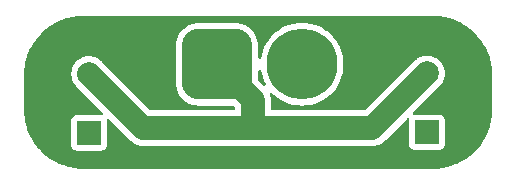
<source format=gbr>
%TF.GenerationSoftware,KiCad,Pcbnew,7.0.1*%
%TF.CreationDate,2024-05-21T14:39:34-07:00*%
%TF.ProjectId,Power_Filter_Board_V1,506f7765-725f-4466-996c-7465725f426f,rev?*%
%TF.SameCoordinates,Original*%
%TF.FileFunction,Copper,L1,Top*%
%TF.FilePolarity,Positive*%
%FSLAX46Y46*%
G04 Gerber Fmt 4.6, Leading zero omitted, Abs format (unit mm)*
G04 Created by KiCad (PCBNEW 7.0.1) date 2024-05-21 14:39:34*
%MOMM*%
%LPD*%
G01*
G04 APERTURE LIST*
G04 Aperture macros list*
%AMRoundRect*
0 Rectangle with rounded corners*
0 $1 Rounding radius*
0 $2 $3 $4 $5 $6 $7 $8 $9 X,Y pos of 4 corners*
0 Add a 4 corners polygon primitive as box body*
4,1,4,$2,$3,$4,$5,$6,$7,$8,$9,$2,$3,0*
0 Add four circle primitives for the rounded corners*
1,1,$1+$1,$2,$3*
1,1,$1+$1,$4,$5*
1,1,$1+$1,$6,$7*
1,1,$1+$1,$8,$9*
0 Add four rect primitives between the rounded corners*
20,1,$1+$1,$2,$3,$4,$5,0*
20,1,$1+$1,$4,$5,$6,$7,0*
20,1,$1+$1,$6,$7,$8,$9,0*
20,1,$1+$1,$8,$9,$2,$3,0*%
G04 Aperture macros list end*
%TA.AperFunction,ComponentPad*%
%ADD10C,6.000000*%
%TD*%
%TA.AperFunction,ComponentPad*%
%ADD11RoundRect,1.500000X-1.500000X-1.500000X1.500000X-1.500000X1.500000X1.500000X-1.500000X1.500000X0*%
%TD*%
%TA.AperFunction,ComponentPad*%
%ADD12R,2.000000X2.000000*%
%TD*%
%TA.AperFunction,ComponentPad*%
%ADD13C,2.000000*%
%TD*%
%TA.AperFunction,Conductor*%
%ADD14C,2.000000*%
%TD*%
G04 APERTURE END LIST*
D10*
%TO.P,REF\u002A\u002A,2*%
%TO.N,N/C*%
X148440000Y-97160000D03*
D11*
%TO.P,REF\u002A\u002A,1*%
X141240000Y-97160000D03*
%TD*%
D12*
%TO.P,REF\u002A\u002A,1*%
%TO.N,N/C*%
X130410000Y-102967677D03*
D13*
%TO.P,REF\u002A\u002A,2*%
X130410000Y-97967677D03*
%TD*%
D12*
%TO.P,REF\u002A\u002A,1*%
%TO.N,N/C*%
X159020000Y-102930000D03*
D13*
%TO.P,REF\u002A\u002A,2*%
X159020000Y-97930000D03*
%TD*%
D14*
%TO.N,*%
X144930000Y-102570000D02*
X144290000Y-102570000D01*
X144290000Y-102570000D02*
X144290000Y-100210000D01*
X144290000Y-100210000D02*
X141240000Y-97160000D01*
X144930000Y-102570000D02*
X154380000Y-102570000D01*
X140840000Y-102570000D02*
X144930000Y-102570000D01*
X140840000Y-97560000D02*
X141240000Y-97160000D01*
X135012323Y-102570000D02*
X140840000Y-102570000D01*
X154380000Y-102570000D02*
X159020000Y-97930000D01*
X130410000Y-97967677D02*
X135012323Y-102570000D01*
%TD*%
%TA.AperFunction,NonConductor*%
G36*
X159542562Y-93050605D02*
G01*
X159757600Y-93059500D01*
X159953455Y-93068052D01*
X159963330Y-93068881D01*
X160176706Y-93095479D01*
X160176793Y-93095490D01*
X160374945Y-93121577D01*
X160384192Y-93123153D01*
X160593521Y-93167044D01*
X160594765Y-93167312D01*
X160790386Y-93210680D01*
X160798901Y-93212889D01*
X161003665Y-93273850D01*
X161005325Y-93274359D01*
X161196696Y-93334698D01*
X161204453Y-93337431D01*
X161403363Y-93415046D01*
X161405513Y-93415911D01*
X161591024Y-93492752D01*
X161597972Y-93495886D01*
X161765903Y-93577982D01*
X161789587Y-93589561D01*
X161792383Y-93590972D01*
X161970420Y-93683652D01*
X161976636Y-93687118D01*
X162159793Y-93796255D01*
X162162929Y-93798187D01*
X162206991Y-93826258D01*
X162332282Y-93906078D01*
X162337710Y-93909741D01*
X162511184Y-94033599D01*
X162514616Y-94036140D01*
X162673912Y-94158372D01*
X162678567Y-94162126D01*
X162841226Y-94299891D01*
X162844838Y-94303072D01*
X162992925Y-94438769D01*
X162996807Y-94442486D01*
X163147512Y-94593191D01*
X163151232Y-94597076D01*
X163286921Y-94745155D01*
X163290107Y-94748772D01*
X163427872Y-94911431D01*
X163431626Y-94916086D01*
X163553858Y-95075382D01*
X163556399Y-95078814D01*
X163680257Y-95252288D01*
X163683920Y-95257716D01*
X163791800Y-95427052D01*
X163793743Y-95430205D01*
X163902880Y-95613362D01*
X163906346Y-95619578D01*
X163999026Y-95797615D01*
X164000437Y-95800411D01*
X164094099Y-95991997D01*
X164097260Y-95999005D01*
X164174051Y-96184395D01*
X164175008Y-96186774D01*
X164252559Y-96385523D01*
X164255302Y-96393309D01*
X164315602Y-96584554D01*
X164316186Y-96586460D01*
X164377105Y-96791084D01*
X164379321Y-96799627D01*
X164422671Y-96995166D01*
X164422971Y-96996559D01*
X164466844Y-97205802D01*
X164468422Y-97215062D01*
X164494459Y-97412829D01*
X164494568Y-97413677D01*
X164521114Y-97626641D01*
X164521948Y-97636570D01*
X164530513Y-97832728D01*
X164530525Y-97833013D01*
X164539394Y-98047438D01*
X164539500Y-98052562D01*
X164539500Y-101007438D01*
X164539394Y-101012563D01*
X164530525Y-101226987D01*
X164530513Y-101227271D01*
X164521948Y-101423428D01*
X164521114Y-101433357D01*
X164494568Y-101646321D01*
X164494459Y-101647169D01*
X164468422Y-101844936D01*
X164466844Y-101854196D01*
X164422971Y-102063439D01*
X164422671Y-102064832D01*
X164379321Y-102260371D01*
X164377105Y-102268914D01*
X164316186Y-102473538D01*
X164315602Y-102475444D01*
X164255302Y-102666689D01*
X164252559Y-102674475D01*
X164175008Y-102873224D01*
X164174051Y-102875603D01*
X164097260Y-103060993D01*
X164094099Y-103068001D01*
X164000437Y-103259587D01*
X163999026Y-103262383D01*
X163906346Y-103440420D01*
X163902880Y-103446636D01*
X163793743Y-103629793D01*
X163791800Y-103632946D01*
X163683920Y-103802282D01*
X163680257Y-103807710D01*
X163556399Y-103981184D01*
X163553858Y-103984616D01*
X163431626Y-104143912D01*
X163427872Y-104148567D01*
X163290107Y-104311226D01*
X163286908Y-104314858D01*
X163151254Y-104462899D01*
X163147512Y-104466807D01*
X162996807Y-104617512D01*
X162992899Y-104621254D01*
X162844858Y-104756908D01*
X162841226Y-104760107D01*
X162678567Y-104897872D01*
X162673912Y-104901626D01*
X162514616Y-105023858D01*
X162511184Y-105026399D01*
X162337710Y-105150257D01*
X162332282Y-105153920D01*
X162162946Y-105261800D01*
X162159793Y-105263743D01*
X161976636Y-105372880D01*
X161970420Y-105376346D01*
X161792383Y-105469026D01*
X161789587Y-105470437D01*
X161598001Y-105564099D01*
X161590993Y-105567260D01*
X161405603Y-105644051D01*
X161403224Y-105645008D01*
X161204475Y-105722559D01*
X161196689Y-105725302D01*
X161005444Y-105785602D01*
X161003538Y-105786186D01*
X160798914Y-105847105D01*
X160790371Y-105849321D01*
X160594832Y-105892671D01*
X160593439Y-105892971D01*
X160384196Y-105936844D01*
X160374936Y-105938422D01*
X160177169Y-105964459D01*
X160176321Y-105964568D01*
X159963357Y-105991114D01*
X159953428Y-105991948D01*
X159757381Y-106000508D01*
X159757097Y-106000520D01*
X159542563Y-106009394D01*
X159537438Y-106009500D01*
X129912562Y-106009500D01*
X129907437Y-106009394D01*
X129692901Y-106000520D01*
X129692617Y-106000508D01*
X129496570Y-105991948D01*
X129486641Y-105991114D01*
X129273677Y-105964568D01*
X129272829Y-105964459D01*
X129075062Y-105938422D01*
X129065802Y-105936844D01*
X128856559Y-105892971D01*
X128855166Y-105892671D01*
X128659627Y-105849321D01*
X128651084Y-105847105D01*
X128446460Y-105786186D01*
X128444554Y-105785602D01*
X128253309Y-105725302D01*
X128245523Y-105722559D01*
X128116985Y-105672404D01*
X128046734Y-105644991D01*
X128044395Y-105644051D01*
X127859005Y-105567260D01*
X127851997Y-105564099D01*
X127660411Y-105470437D01*
X127657615Y-105469026D01*
X127479578Y-105376346D01*
X127473362Y-105372880D01*
X127290205Y-105263743D01*
X127287052Y-105261800D01*
X127117716Y-105153920D01*
X127112288Y-105150257D01*
X126938814Y-105026399D01*
X126935382Y-105023858D01*
X126776086Y-104901626D01*
X126771431Y-104897872D01*
X126608772Y-104760107D01*
X126605155Y-104756921D01*
X126457076Y-104621232D01*
X126453191Y-104617512D01*
X126302486Y-104466807D01*
X126298769Y-104462925D01*
X126163072Y-104314838D01*
X126159891Y-104311226D01*
X126022126Y-104148567D01*
X126018372Y-104143912D01*
X125896140Y-103984616D01*
X125893599Y-103981184D01*
X125769741Y-103807710D01*
X125766078Y-103802282D01*
X125672110Y-103654783D01*
X125658187Y-103632929D01*
X125656255Y-103629793D01*
X125547118Y-103446636D01*
X125543652Y-103440420D01*
X125450972Y-103262383D01*
X125449561Y-103259587D01*
X125437982Y-103235903D01*
X125355886Y-103067972D01*
X125352752Y-103061024D01*
X125275911Y-102875513D01*
X125275046Y-102873363D01*
X125197431Y-102674453D01*
X125194696Y-102666689D01*
X125134359Y-102475325D01*
X125133850Y-102473665D01*
X125072889Y-102268901D01*
X125070680Y-102260386D01*
X125027312Y-102064765D01*
X125027027Y-102063439D01*
X125021495Y-102037057D01*
X124983153Y-101854192D01*
X124981576Y-101844936D01*
X124980938Y-101840089D01*
X124955490Y-101646793D01*
X124955483Y-101646743D01*
X124928881Y-101433330D01*
X124928052Y-101423455D01*
X124919486Y-101227271D01*
X124910605Y-101012562D01*
X124910500Y-101007439D01*
X124910500Y-98052561D01*
X124910606Y-98047437D01*
X124913905Y-97967673D01*
X128904356Y-97967673D01*
X128911851Y-98058125D01*
X128912168Y-98063238D01*
X128915919Y-98153912D01*
X128920738Y-98176897D01*
X128922952Y-98192098D01*
X128924891Y-98215496D01*
X128947171Y-98303480D01*
X128948325Y-98308470D01*
X128966950Y-98397291D01*
X128975484Y-98419162D01*
X128980171Y-98433791D01*
X128985936Y-98456557D01*
X129022393Y-98539670D01*
X129024354Y-98544405D01*
X129057344Y-98628952D01*
X129069364Y-98649125D01*
X129076395Y-98662784D01*
X129085824Y-98684280D01*
X129085827Y-98684284D01*
X129135481Y-98760286D01*
X129138153Y-98764567D01*
X129184634Y-98842571D01*
X129199808Y-98860488D01*
X129208991Y-98872802D01*
X129221837Y-98892464D01*
X129283294Y-98959224D01*
X129286686Y-98963065D01*
X129305095Y-98984800D01*
X129325227Y-99004932D01*
X129328776Y-99008630D01*
X129368845Y-99052157D01*
X129390258Y-99075417D01*
X129408787Y-99089839D01*
X129420307Y-99100012D01*
X131578633Y-101258338D01*
X131609676Y-101310234D01*
X131612483Y-101370642D01*
X131586384Y-101425193D01*
X131537588Y-101460914D01*
X131477700Y-101469308D01*
X131457873Y-101467177D01*
X129362130Y-101467177D01*
X129302515Y-101473586D01*
X129167669Y-101523881D01*
X129052454Y-101610131D01*
X128966204Y-101725345D01*
X128915909Y-101860193D01*
X128909500Y-101919807D01*
X128909500Y-104015546D01*
X128915155Y-104068149D01*
X128915909Y-104075160D01*
X128966204Y-104210008D01*
X129052454Y-104325223D01*
X129167669Y-104411473D01*
X129302517Y-104461768D01*
X129362127Y-104468177D01*
X131457872Y-104468176D01*
X131517483Y-104461768D01*
X131652331Y-104411473D01*
X131767546Y-104325223D01*
X131853796Y-104210008D01*
X131904091Y-104075160D01*
X131910500Y-104015550D01*
X131910499Y-101919805D01*
X131908367Y-101899974D01*
X131916760Y-101840089D01*
X131952480Y-101791292D01*
X132007032Y-101765193D01*
X132067441Y-101767998D01*
X132119338Y-101799042D01*
X133879988Y-103559692D01*
X133890153Y-103571202D01*
X133904585Y-103589744D01*
X133951496Y-103632929D01*
X133971379Y-103651232D01*
X133975079Y-103654783D01*
X133995192Y-103674897D01*
X134016923Y-103693302D01*
X134020764Y-103696694D01*
X134087538Y-103758164D01*
X134107196Y-103771006D01*
X134119507Y-103780187D01*
X134137429Y-103795366D01*
X134215401Y-103841827D01*
X134219730Y-103844529D01*
X134295716Y-103894173D01*
X134317229Y-103903609D01*
X134330872Y-103910633D01*
X134351050Y-103922656D01*
X134435625Y-103955657D01*
X134440308Y-103957596D01*
X134523442Y-103994063D01*
X134546199Y-103999825D01*
X134560834Y-104004514D01*
X134560837Y-104004515D01*
X134582709Y-104013050D01*
X134671549Y-104031678D01*
X134676516Y-104032827D01*
X134764502Y-104055108D01*
X134772956Y-104055808D01*
X134787896Y-104057047D01*
X134803104Y-104059262D01*
X134826086Y-104064081D01*
X134916775Y-104067831D01*
X134921880Y-104068148D01*
X134943343Y-104069927D01*
X134950255Y-104070500D01*
X134950256Y-104070500D01*
X134978727Y-104070500D01*
X134983849Y-104070605D01*
X135004306Y-104071452D01*
X135074542Y-104074357D01*
X135074542Y-104074356D01*
X135074544Y-104074357D01*
X135097849Y-104071452D01*
X135113188Y-104070500D01*
X140777933Y-104070500D01*
X140902067Y-104070500D01*
X144165665Y-104070500D01*
X144227933Y-104070500D01*
X144867933Y-104070500D01*
X144992067Y-104070500D01*
X154279135Y-104070500D01*
X154294473Y-104071452D01*
X154317779Y-104074357D01*
X154317779Y-104074356D01*
X154317780Y-104074357D01*
X154388017Y-104071452D01*
X154408473Y-104070605D01*
X154413596Y-104070500D01*
X154442068Y-104070500D01*
X154447536Y-104070046D01*
X154470444Y-104068147D01*
X154475543Y-104067831D01*
X154566237Y-104064081D01*
X154589209Y-104059263D01*
X154604413Y-104057047D01*
X154627821Y-104055108D01*
X154715838Y-104032818D01*
X154720754Y-104031680D01*
X154809614Y-104013049D01*
X154831496Y-104004510D01*
X154846116Y-103999827D01*
X154868881Y-103994063D01*
X154952008Y-103957599D01*
X154956699Y-103955656D01*
X155041274Y-103922656D01*
X155061456Y-103910628D01*
X155075101Y-103903605D01*
X155096607Y-103894173D01*
X155172593Y-103844528D01*
X155176916Y-103841830D01*
X155254894Y-103795366D01*
X155272813Y-103780188D01*
X155285126Y-103771006D01*
X155304785Y-103758164D01*
X155371584Y-103696669D01*
X155375380Y-103693318D01*
X155397126Y-103674902D01*
X155417314Y-103654713D01*
X155420943Y-103651232D01*
X155487738Y-103589744D01*
X155502167Y-103571203D01*
X155512325Y-103559701D01*
X157310662Y-101761364D01*
X157362557Y-101730323D01*
X157422965Y-101727516D01*
X157477516Y-101753615D01*
X157513237Y-101802411D01*
X157521631Y-101862298D01*
X157519500Y-101882125D01*
X157519500Y-103977869D01*
X157525909Y-104037484D01*
X157539962Y-104075161D01*
X157576204Y-104172331D01*
X157662454Y-104287546D01*
X157777669Y-104373796D01*
X157912517Y-104424091D01*
X157972127Y-104430500D01*
X160067872Y-104430499D01*
X160127483Y-104424091D01*
X160262331Y-104373796D01*
X160377546Y-104287546D01*
X160463796Y-104172331D01*
X160514091Y-104037483D01*
X160520500Y-103977873D01*
X160520499Y-101882128D01*
X160514091Y-101822517D01*
X160463796Y-101687669D01*
X160377546Y-101572454D01*
X160262331Y-101486204D01*
X160127483Y-101435909D01*
X160067873Y-101429500D01*
X160067869Y-101429500D01*
X157972125Y-101429500D01*
X157952296Y-101431632D01*
X157892408Y-101423237D01*
X157843613Y-101387516D01*
X157817515Y-101332965D01*
X157820322Y-101272558D01*
X157851363Y-101220663D01*
X160009701Y-99062325D01*
X160021203Y-99052167D01*
X160039744Y-99037738D01*
X160101235Y-98970939D01*
X160104713Y-98967314D01*
X160124902Y-98947126D01*
X160143318Y-98925380D01*
X160146669Y-98921584D01*
X160208164Y-98854785D01*
X160221006Y-98835126D01*
X160230188Y-98822813D01*
X160245366Y-98804894D01*
X160291848Y-98726884D01*
X160294505Y-98722627D01*
X160344173Y-98646607D01*
X160353607Y-98625099D01*
X160360631Y-98611452D01*
X160372656Y-98591273D01*
X160405667Y-98506669D01*
X160407587Y-98502034D01*
X160444063Y-98418881D01*
X160449827Y-98396117D01*
X160454515Y-98381484D01*
X160455428Y-98379143D01*
X160463049Y-98359614D01*
X160481680Y-98270754D01*
X160482818Y-98265838D01*
X160505108Y-98177821D01*
X160507047Y-98154413D01*
X160509264Y-98139207D01*
X160514081Y-98116237D01*
X160514080Y-98116237D01*
X160517831Y-98025531D01*
X160518149Y-98020427D01*
X160525643Y-97929999D01*
X160523704Y-97906609D01*
X160523386Y-97891237D01*
X160523487Y-97888794D01*
X160524357Y-97867779D01*
X160513122Y-97777646D01*
X160512606Y-97772675D01*
X160505108Y-97682179D01*
X160499344Y-97659422D01*
X160496502Y-97644315D01*
X160495608Y-97637145D01*
X160493599Y-97621019D01*
X160467697Y-97534018D01*
X160466336Y-97529076D01*
X160465660Y-97526406D01*
X160444063Y-97441119D01*
X160434627Y-97419608D01*
X160429347Y-97405202D01*
X160422644Y-97382687D01*
X160382765Y-97301114D01*
X160380619Y-97296482D01*
X160344172Y-97213391D01*
X160331339Y-97193750D01*
X160323744Y-97180384D01*
X160313429Y-97159285D01*
X160313429Y-97159284D01*
X160260688Y-97085417D01*
X160257796Y-97081184D01*
X160219746Y-97022943D01*
X160208164Y-97005215D01*
X160192259Y-96987938D01*
X160182577Y-96976015D01*
X160168931Y-96956903D01*
X160104771Y-96892743D01*
X160101222Y-96889045D01*
X160039743Y-96822261D01*
X160021212Y-96807838D01*
X160009692Y-96797664D01*
X159993096Y-96781068D01*
X159919242Y-96728336D01*
X159915135Y-96725273D01*
X159843511Y-96669527D01*
X159822856Y-96658349D01*
X159809821Y-96650212D01*
X159790716Y-96636571D01*
X159709166Y-96596703D01*
X159704637Y-96594372D01*
X159624812Y-96551172D01*
X159602598Y-96543546D01*
X159588403Y-96537666D01*
X159567315Y-96527357D01*
X159567313Y-96527356D01*
X159480311Y-96501454D01*
X159475440Y-96499893D01*
X159389615Y-96470429D01*
X159366459Y-96466565D01*
X159351486Y-96463101D01*
X159328981Y-96456401D01*
X159238899Y-96445172D01*
X159233828Y-96444433D01*
X159144335Y-96429500D01*
X159120865Y-96429500D01*
X159105527Y-96428548D01*
X159082219Y-96425642D01*
X158995160Y-96429243D01*
X158991526Y-96429394D01*
X158986404Y-96429500D01*
X158895664Y-96429500D01*
X158872512Y-96433363D01*
X158857231Y-96434948D01*
X158833761Y-96435919D01*
X158744940Y-96454542D01*
X158739906Y-96455490D01*
X158650382Y-96470429D01*
X158628169Y-96478055D01*
X158613359Y-96482133D01*
X158590386Y-96486950D01*
X158505852Y-96519934D01*
X158501044Y-96521696D01*
X158415189Y-96551172D01*
X158394527Y-96562352D01*
X158380598Y-96568808D01*
X158358725Y-96577343D01*
X158280763Y-96623798D01*
X158276310Y-96626329D01*
X158196490Y-96669526D01*
X158177960Y-96683948D01*
X158165281Y-96692611D01*
X158145109Y-96704631D01*
X158075851Y-96763288D01*
X158071877Y-96766515D01*
X158000251Y-96822266D01*
X157938776Y-96889044D01*
X157935229Y-96892741D01*
X153794791Y-101033181D01*
X153754563Y-101060061D01*
X153707110Y-101069500D01*
X145914500Y-101069500D01*
X145852500Y-101052887D01*
X145807113Y-101007500D01*
X145790500Y-100945500D01*
X145790500Y-100310864D01*
X145791452Y-100295526D01*
X145794357Y-100272219D01*
X145790606Y-100181536D01*
X145790500Y-100176411D01*
X145790500Y-100147932D01*
X145788148Y-100119557D01*
X145787830Y-100114438D01*
X145784080Y-100023763D01*
X145779262Y-100000790D01*
X145777046Y-99985581D01*
X145775108Y-99962179D01*
X145752821Y-99874170D01*
X145751669Y-99869190D01*
X145733049Y-99780386D01*
X145724512Y-99758508D01*
X145719829Y-99743889D01*
X145714063Y-99721119D01*
X145714061Y-99721115D01*
X145711540Y-99711158D01*
X145713759Y-99710595D01*
X145706503Y-99657726D01*
X145733999Y-99595741D01*
X145789989Y-99557487D01*
X145857729Y-99554405D01*
X145916961Y-99587416D01*
X146094494Y-99764949D01*
X146223221Y-99869190D01*
X146379636Y-99995853D01*
X146665565Y-100181536D01*
X146687348Y-100195682D01*
X147014264Y-100362255D01*
X147356801Y-100493742D01*
X147711206Y-100588705D01*
X147711209Y-100588705D01*
X147711211Y-100588706D01*
X148073593Y-100646102D01*
X148123373Y-100648710D01*
X148440000Y-100665304D01*
X148771645Y-100647923D01*
X148806406Y-100646102D01*
X149168788Y-100588706D01*
X149168788Y-100588705D01*
X149168794Y-100588705D01*
X149523199Y-100493742D01*
X149865736Y-100362255D01*
X150192652Y-100195682D01*
X150500366Y-99995851D01*
X150785506Y-99764949D01*
X151044949Y-99505506D01*
X151275851Y-99220366D01*
X151475682Y-98912652D01*
X151642255Y-98585736D01*
X151773742Y-98243199D01*
X151868705Y-97888794D01*
X151872033Y-97867780D01*
X151926102Y-97526406D01*
X151930571Y-97441119D01*
X151945304Y-97160000D01*
X151927627Y-96822695D01*
X151926102Y-96793593D01*
X151868706Y-96431211D01*
X151868219Y-96429394D01*
X151773742Y-96076801D01*
X151642255Y-95734264D01*
X151475682Y-95407348D01*
X151416057Y-95315533D01*
X151275853Y-95099636D01*
X151178361Y-94979244D01*
X151044949Y-94814494D01*
X150785506Y-94555051D01*
X150528097Y-94346605D01*
X150500363Y-94324146D01*
X150192656Y-94124320D01*
X149865735Y-93957744D01*
X149523200Y-93826258D01*
X149168788Y-93731293D01*
X148806406Y-93673897D01*
X148440000Y-93654696D01*
X148073593Y-93673897D01*
X147711211Y-93731293D01*
X147356799Y-93826258D01*
X147014264Y-93957744D01*
X146687343Y-94124320D01*
X146379636Y-94324146D01*
X146094490Y-94555054D01*
X145835054Y-94814490D01*
X145604146Y-95099636D01*
X145404320Y-95407343D01*
X145237744Y-95734264D01*
X145106258Y-96076799D01*
X145011293Y-96431211D01*
X144986973Y-96584766D01*
X144962876Y-96640854D01*
X144914935Y-96678648D01*
X144854771Y-96688986D01*
X144796965Y-96669363D01*
X144755527Y-96624536D01*
X144740500Y-96565368D01*
X144740500Y-95588551D01*
X144739321Y-95572068D01*
X144725196Y-95374572D01*
X144664369Y-95094954D01*
X144564367Y-94826839D01*
X144475412Y-94663931D01*
X144427227Y-94575686D01*
X144378871Y-94511090D01*
X144255739Y-94346605D01*
X144053395Y-94144261D01*
X143908962Y-94036140D01*
X143824313Y-93972772D01*
X143573163Y-93835634D01*
X143573162Y-93835633D01*
X143573161Y-93835633D01*
X143398123Y-93770347D01*
X143305041Y-93735629D01*
X143025429Y-93674804D01*
X142811449Y-93659500D01*
X142811448Y-93659500D01*
X139668552Y-93659500D01*
X139668551Y-93659500D01*
X139454570Y-93674804D01*
X139174958Y-93735629D01*
X138906836Y-93835634D01*
X138655686Y-93972772D01*
X138426602Y-94144263D01*
X138224263Y-94346602D01*
X138052772Y-94575686D01*
X137915634Y-94826836D01*
X137815629Y-95094958D01*
X137754804Y-95374570D01*
X137739500Y-95588551D01*
X137739500Y-98731449D01*
X137754804Y-98945429D01*
X137815629Y-99225041D01*
X137915634Y-99493163D01*
X138052772Y-99744313D01*
X138063405Y-99758517D01*
X138224261Y-99973395D01*
X138426605Y-100175739D01*
X138555490Y-100272221D01*
X138655686Y-100347227D01*
X138683208Y-100362255D01*
X138906839Y-100484367D01*
X139174954Y-100584369D01*
X139174957Y-100584369D01*
X139174958Y-100584370D01*
X139194886Y-100588705D01*
X139454572Y-100645196D01*
X139652068Y-100659321D01*
X139668551Y-100660500D01*
X139668552Y-100660500D01*
X142567111Y-100660500D01*
X142614564Y-100669939D01*
X142654792Y-100696819D01*
X142753181Y-100795208D01*
X142780061Y-100835436D01*
X142789500Y-100882889D01*
X142789500Y-100945500D01*
X142772887Y-101007500D01*
X142727500Y-101052887D01*
X142665500Y-101069500D01*
X140902067Y-101069500D01*
X135685212Y-101069500D01*
X135637759Y-101060061D01*
X135597531Y-101033181D01*
X133549153Y-98984803D01*
X131494771Y-96930420D01*
X131491222Y-96926722D01*
X131429743Y-96859938D01*
X131358120Y-96804191D01*
X131354162Y-96800977D01*
X131284894Y-96742311D01*
X131264723Y-96730291D01*
X131252039Y-96721624D01*
X131233511Y-96707204D01*
X131153699Y-96664012D01*
X131149242Y-96661480D01*
X131107439Y-96636571D01*
X131071274Y-96615021D01*
X131071272Y-96615020D01*
X131071270Y-96615019D01*
X131049401Y-96606485D01*
X131035465Y-96600026D01*
X131014810Y-96588849D01*
X130928958Y-96559375D01*
X130924149Y-96557612D01*
X130839612Y-96524627D01*
X130816645Y-96519811D01*
X130801836Y-96515733D01*
X130779619Y-96508106D01*
X130690093Y-96493167D01*
X130685057Y-96492219D01*
X130596237Y-96473596D01*
X130572768Y-96472625D01*
X130557487Y-96471040D01*
X130534335Y-96467177D01*
X130443596Y-96467177D01*
X130438473Y-96467071D01*
X130434701Y-96466915D01*
X130347780Y-96463319D01*
X130324473Y-96466225D01*
X130309135Y-96467177D01*
X130285664Y-96467177D01*
X130196169Y-96482110D01*
X130191100Y-96482849D01*
X130101018Y-96494078D01*
X130078513Y-96500778D01*
X130063545Y-96504240D01*
X130040388Y-96508104D01*
X129954565Y-96537568D01*
X129949685Y-96539131D01*
X129862688Y-96565032D01*
X129841585Y-96575348D01*
X129827393Y-96581226D01*
X129805190Y-96588848D01*
X129725369Y-96632045D01*
X129720813Y-96634390D01*
X129639280Y-96674249D01*
X129620167Y-96687895D01*
X129607140Y-96696028D01*
X129586487Y-96707205D01*
X129514873Y-96762943D01*
X129510769Y-96766003D01*
X129436907Y-96818742D01*
X129420304Y-96835344D01*
X129408794Y-96845508D01*
X129390254Y-96859939D01*
X129328787Y-96926709D01*
X129325242Y-96930404D01*
X129261068Y-96994580D01*
X129247421Y-97013693D01*
X129237741Y-97025613D01*
X129221838Y-97042889D01*
X129172194Y-97118874D01*
X129169304Y-97123104D01*
X129116569Y-97196964D01*
X129106256Y-97218059D01*
X129098668Y-97231414D01*
X129085828Y-97251067D01*
X129049375Y-97334168D01*
X129047222Y-97338813D01*
X129007355Y-97420364D01*
X129000653Y-97442876D01*
X128995366Y-97457297D01*
X128985937Y-97478792D01*
X128963664Y-97566750D01*
X128962303Y-97571692D01*
X128936401Y-97658694D01*
X128933496Y-97682001D01*
X128930654Y-97697101D01*
X128924891Y-97719858D01*
X128917398Y-97810281D01*
X128916870Y-97815377D01*
X128905642Y-97905458D01*
X128906612Y-97928916D01*
X128906295Y-97944271D01*
X128904356Y-97967673D01*
X124913905Y-97967673D01*
X124915508Y-97928916D01*
X124919488Y-97832687D01*
X124928052Y-97636540D01*
X124928881Y-97626673D01*
X124955491Y-97413195D01*
X124981578Y-97215045D01*
X124983151Y-97205816D01*
X125027062Y-96996392D01*
X125027297Y-96995302D01*
X125070684Y-96799599D01*
X125072885Y-96791111D01*
X125133875Y-96586253D01*
X125134337Y-96584743D01*
X125194704Y-96393284D01*
X125197423Y-96385565D01*
X125275074Y-96186564D01*
X125275883Y-96184553D01*
X125352762Y-95998951D01*
X125355874Y-95992051D01*
X125449587Y-95800357D01*
X125450945Y-95797667D01*
X125543667Y-95619551D01*
X125547118Y-95613362D01*
X125656295Y-95430139D01*
X125658150Y-95427129D01*
X125766090Y-95257697D01*
X125769721Y-95252316D01*
X125893635Y-95078764D01*
X125896102Y-95075433D01*
X126018401Y-94916048D01*
X126022114Y-94911445D01*
X126159903Y-94748758D01*
X126163027Y-94745211D01*
X126298811Y-94597028D01*
X126302440Y-94593238D01*
X126453238Y-94442440D01*
X126457028Y-94438811D01*
X126605211Y-94303027D01*
X126608758Y-94299903D01*
X126771445Y-94162114D01*
X126776048Y-94158401D01*
X126935433Y-94036102D01*
X126938764Y-94033635D01*
X127112316Y-93909721D01*
X127117697Y-93906090D01*
X127287129Y-93798150D01*
X127290139Y-93796295D01*
X127473373Y-93687111D01*
X127479551Y-93683667D01*
X127657667Y-93590945D01*
X127660357Y-93589587D01*
X127852051Y-93495874D01*
X127858951Y-93492762D01*
X128044553Y-93415883D01*
X128046564Y-93415074D01*
X128245565Y-93337423D01*
X128253284Y-93334704D01*
X128444743Y-93274337D01*
X128446253Y-93273875D01*
X128651111Y-93212885D01*
X128659599Y-93210684D01*
X128855302Y-93167297D01*
X128856392Y-93167062D01*
X129065816Y-93123151D01*
X129075045Y-93121578D01*
X129273195Y-93095491D01*
X129486673Y-93068881D01*
X129496540Y-93068052D01*
X129692628Y-93059490D01*
X129907437Y-93050605D01*
X129912561Y-93050500D01*
X159537439Y-93050500D01*
X159542562Y-93050605D01*
G37*
%TD.AperFunction*%
%TA.AperFunction,NonConductor*%
G36*
X144914935Y-97641352D02*
G01*
X144962876Y-97679146D01*
X144986973Y-97735234D01*
X145011293Y-97888788D01*
X145106258Y-98243200D01*
X145237744Y-98585735D01*
X145277003Y-98662784D01*
X145349412Y-98804894D01*
X145349776Y-98805607D01*
X145362741Y-98873571D01*
X145337270Y-98937902D01*
X145281295Y-98978571D01*
X145212241Y-98982916D01*
X145151610Y-98949583D01*
X144776819Y-98574792D01*
X144749939Y-98534564D01*
X144740500Y-98487111D01*
X144740500Y-97754632D01*
X144755527Y-97695464D01*
X144796965Y-97650637D01*
X144854771Y-97631014D01*
X144914935Y-97641352D01*
G37*
%TD.AperFunction*%
M02*

</source>
